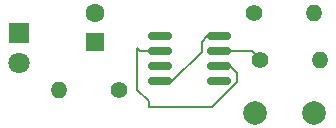
<source format=gbr>
%TF.GenerationSoftware,KiCad,Pcbnew,8.0.5*%
%TF.CreationDate,2024-09-16T17:09:01+05:30*%
%TF.ProjectId,FLASH,464c4153-482e-46b6-9963-61645f706362,rev?*%
%TF.SameCoordinates,Original*%
%TF.FileFunction,Copper,L1,Top*%
%TF.FilePolarity,Positive*%
%FSLAX46Y46*%
G04 Gerber Fmt 4.6, Leading zero omitted, Abs format (unit mm)*
G04 Created by KiCad (PCBNEW 8.0.5) date 2024-09-16 17:09:01*
%MOMM*%
%LPD*%
G01*
G04 APERTURE LIST*
G04 Aperture macros list*
%AMRoundRect*
0 Rectangle with rounded corners*
0 $1 Rounding radius*
0 $2 $3 $4 $5 $6 $7 $8 $9 X,Y pos of 4 corners*
0 Add a 4 corners polygon primitive as box body*
4,1,4,$2,$3,$4,$5,$6,$7,$8,$9,$2,$3,0*
0 Add four circle primitives for the rounded corners*
1,1,$1+$1,$2,$3*
1,1,$1+$1,$4,$5*
1,1,$1+$1,$6,$7*
1,1,$1+$1,$8,$9*
0 Add four rect primitives between the rounded corners*
20,1,$1+$1,$2,$3,$4,$5,0*
20,1,$1+$1,$4,$5,$6,$7,0*
20,1,$1+$1,$6,$7,$8,$9,0*
20,1,$1+$1,$8,$9,$2,$3,0*%
G04 Aperture macros list end*
%TA.AperFunction,SMDPad,CuDef*%
%ADD10RoundRect,0.150000X-0.825000X-0.150000X0.825000X-0.150000X0.825000X0.150000X-0.825000X0.150000X0*%
%TD*%
%TA.AperFunction,ComponentPad*%
%ADD11O,1.400000X1.400000*%
%TD*%
%TA.AperFunction,ComponentPad*%
%ADD12C,1.400000*%
%TD*%
%TA.AperFunction,ComponentPad*%
%ADD13R,1.800000X1.800000*%
%TD*%
%TA.AperFunction,ComponentPad*%
%ADD14C,1.800000*%
%TD*%
%TA.AperFunction,ComponentPad*%
%ADD15C,2.000000*%
%TD*%
%TA.AperFunction,ComponentPad*%
%ADD16R,1.600000X1.600000*%
%TD*%
%TA.AperFunction,ComponentPad*%
%ADD17C,1.600000*%
%TD*%
%TA.AperFunction,Conductor*%
%ADD18C,0.200000*%
%TD*%
G04 APERTURE END LIST*
D10*
%TO.P,U1,1,GND*%
%TO.N,Earth*%
X134500000Y-110500000D03*
%TO.P,U1,2,TR*%
%TO.N,Net-(U1-THR)*%
X134500000Y-111770000D03*
%TO.P,U1,3,Q*%
%TO.N,Net-(U1-Q)*%
X134500000Y-113040000D03*
%TO.P,U1,4,R*%
%TO.N,+9V*%
X134500000Y-114310000D03*
%TO.P,U1,5,CV*%
%TO.N,Net-(U1-CV)*%
X139450000Y-114310000D03*
%TO.P,U1,6,THR*%
%TO.N,Net-(U1-THR)*%
X139450000Y-113040000D03*
%TO.P,U1,7,DIS*%
%TO.N,Net-(U1-DIS)*%
X139450000Y-111770000D03*
%TO.P,U1,8,VCC*%
%TO.N,+9V*%
X139450000Y-110500000D03*
%TD*%
D11*
%TO.P,R3,2*%
%TO.N,Net-(D1-A)*%
X125920000Y-115000000D03*
D12*
%TO.P,R3,1*%
%TO.N,Net-(U1-Q)*%
X131000000Y-115000000D03*
%TD*%
D11*
%TO.P,R2,2*%
%TO.N,Net-(U1-DIS)*%
X147500000Y-108500000D03*
D12*
%TO.P,R2,1*%
%TO.N,+9V*%
X142420000Y-108500000D03*
%TD*%
D11*
%TO.P,R1,2*%
%TO.N,Net-(C1-Pad2)*%
X148040000Y-112500000D03*
D12*
%TO.P,R1,1*%
%TO.N,Net-(U1-DIS)*%
X142960000Y-112500000D03*
%TD*%
D13*
%TO.P,D1,1,K*%
%TO.N,Earth*%
X122500000Y-110225000D03*
D14*
%TO.P,D1,2,A*%
%TO.N,Net-(D1-A)*%
X122500000Y-112765000D03*
%TD*%
D15*
%TO.P,C2,1*%
%TO.N,Net-(U1-CV)*%
X142500000Y-117000000D03*
%TO.P,C2,2*%
%TO.N,Earth*%
X147500000Y-117000000D03*
%TD*%
D16*
%TO.P,C1,1*%
%TO.N,Net-(U1-THR)*%
X129000000Y-111000000D03*
D17*
%TO.P,C1,2*%
%TO.N,Net-(C1-Pad2)*%
X129000000Y-108500000D03*
%TD*%
D18*
%TO.N,Net-(U1-THR)*%
X132770000Y-111770000D02*
X134500000Y-111770000D01*
X133500000Y-116000000D02*
X132500000Y-115000000D01*
X133500000Y-116500000D02*
X133500000Y-116000000D01*
X132500000Y-115000000D02*
X132500000Y-111500000D01*
X138875552Y-116500000D02*
X133500000Y-116500000D01*
X141000000Y-114375552D02*
X138875552Y-116500000D01*
X141000000Y-113615001D02*
X141000000Y-114375552D01*
X132500000Y-111500000D02*
X132770000Y-111770000D01*
X140424999Y-113040000D02*
X141000000Y-113615001D01*
X139450000Y-113040000D02*
X140424999Y-113040000D01*
%TO.N,Net-(U1-DIS)*%
X142230000Y-111770000D02*
X142960000Y-112500000D01*
X139450000Y-111770000D02*
X142230000Y-111770000D01*
%TO.N,+9V*%
X138475001Y-110500000D02*
X139450000Y-110500000D01*
X138000000Y-110975001D02*
X138475001Y-110500000D01*
X138000000Y-111784999D02*
X138000000Y-110975001D01*
X134500000Y-114310000D02*
X135474999Y-114310000D01*
X135474999Y-114310000D02*
X138000000Y-111784999D01*
%TD*%
M02*

</source>
